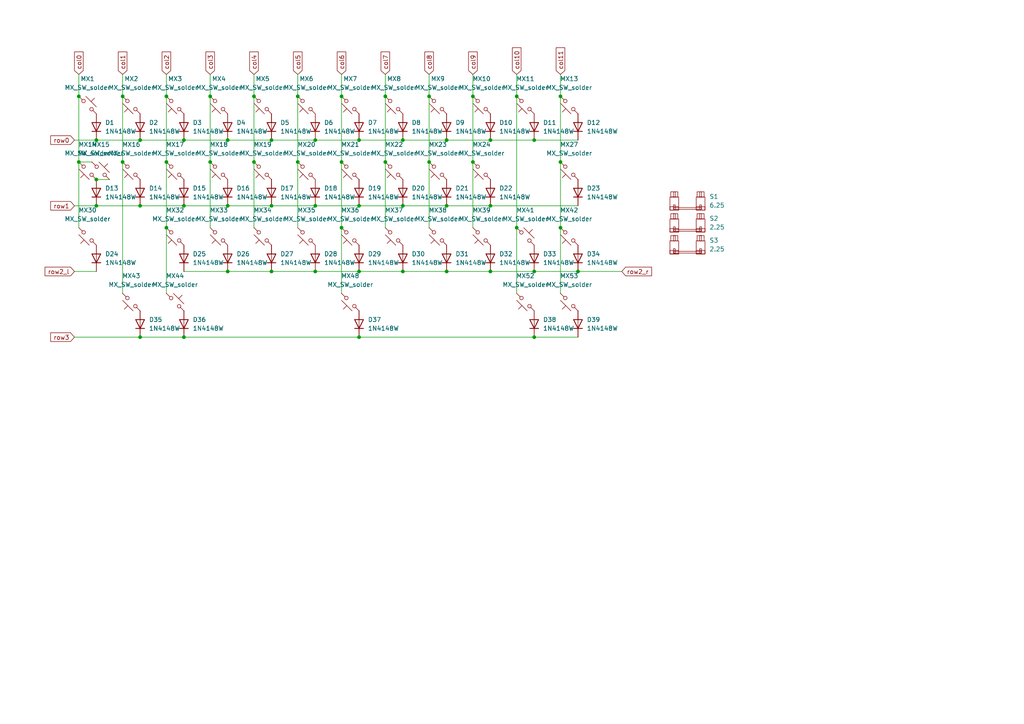
<source format=kicad_sch>
(kicad_sch (version 20231120) (generator "eeschema") (generator_version "8.0")
  (paper "A4")
  (lib_symbols
    (symbol "Diode:1N4148W" (pin_numbers hide) (pin_names hide)
      (property "Reference" "D" (at 0 2.54 0))
      (property "Value" "1N4148W" (at 0 -2.54 0))
      (symbol "1N4148W_0_1"
        (polyline (pts (xy -1.27 1.27) (xy -1.27 -1.27)) (stroke (width 0.254)))
        (polyline (pts (xy 1.27 0) (xy -1.27 0)))
        (polyline (pts (xy 1.27 1.27) (xy 1.27 -1.27) (xy -1.27 0) (xy 1.27 1.27)) (stroke (width 0.254)))
      )
      (symbol "1N4148W_1_1"
        (pin passive line (at -3.81 0 0) (length 2.54) (name "K") (number "1"))
        (pin passive line (at 3.81 0 180) (length 2.54) (name "A") (number "2"))
      )
    )
    (symbol "PCM_marbastlib-mx:MX_SW_HS" (pin_numbers hide) (pin_names (offset 1.016) hide)
      (property "Reference" "MX" (at 3.048 1.016 0))
      (property "Value" "MX_SW_HS" (at 0 -3.81 0))
      (symbol "MX_SW_HS_0_1"
        (circle (center -1.1684 1.1684) (radius 0.508))
        (polyline (pts (xy -0.508 2.54) (xy 2.54 -0.508)))
        (polyline (pts (xy 1.016 1.016) (xy 2.032 2.032)))
        (polyline (pts (xy -2.54 2.54) (xy -1.524 1.524) (xy -1.524 1.524)))
        (polyline (pts (xy 1.524 -1.524) (xy 2.54 -2.54) (xy 2.54 -2.54) (xy 2.54 -2.54)))
        (circle (center 1.143 -1.1938) (radius 0.508))
        (pin passive line (at -2.54 2.54 0) (length 0) (name "1") (number "1"))
        (pin passive line (at 2.54 -2.54 180) (length 0) (name "2") (number "2"))
      )
    )
    (symbol "PCM_marbastlib-mx:MX_SW_solder" (pin_numbers hide) (pin_names (offset 1.016) hide)
      (property "Reference" "MX" (at 3.048 1.016 0))
      (property "Value" "MX_SW_solder" (at 0 -3.81 0))
      (symbol "MX_SW_solder_0_1"
        (circle (center -1.1684 1.1684) (radius 0.508))
        (polyline (pts (xy -0.508 2.54) (xy 2.54 -0.508)))
        (polyline (pts (xy 1.016 1.016) (xy 2.032 2.032)))
        (polyline (pts (xy -2.54 2.54) (xy -1.524 1.524) (xy -1.524 1.524)))
        (polyline (pts (xy 1.524 -1.524) (xy 2.54 -2.54) (xy 2.54 -2.54) (xy 2.54 -2.54)))
        (circle (center 1.143 -1.1938) (radius 0.508))
        (pin passive line (at -2.54 2.54 0) (length 0) (name "1") (number "1"))
        (pin passive line (at 2.54 -2.54 180) (length 0) (name "2") (number "2"))
      )
    )
    (symbol "PCM_marbastlib-mx:MX_stab" (pin_names (offset 1.016))
      (property "Reference" "S" (at -5.08 6.35 0))
      (property "Value" "MX_stab" (at -5.08 3.81 0))
      (symbol "MX_stab_0_1"
        (rectangle (start -5.08 -1.524) (end -2.54 -2.54))
        (rectangle (start -5.08 1.27) (end -2.54 -2.54))
        (rectangle (start -4.826 2.794) (end -2.794 1.27))
        (rectangle (start -4.064 -2.286) (end -3.556 -1.016))
        (rectangle (start -4.064 -1.778) (end 4.064 -2.286))
        (rectangle (start -4.064 1.27) (end -3.556 2.794))
        (rectangle (start 2.54 -1.524) (end 5.08 -2.54))
        (rectangle (start 2.54 1.27) (end 5.08 -2.54))
        (rectangle (start 2.794 2.794) (end 4.826 1.27))
        (rectangle (start 3.556 1.27) (end 4.064 2.794))
        (rectangle (start 4.064 -2.286) (end 3.556 -1.016))
      )
    )
  )
  (junction (at 91.44 78.74))
  (junction (at 27.94 52.07))
  (junction (at 124.46 46.99))
  (junction (at 73.66 46.99))
  (junction (at 99.06 46.99))
  (junction (at 162.56 66.04))
  (junction (at 22.86 46.99))
  (junction (at 48.26 27.94))
  (junction (at 104.14 59.69))
  (junction (at 124.46 27.94))
  (junction (at 40.64 59.69))
  (junction (at 99.06 66.04))
  (junction (at 66.04 59.69))
  (junction (at 142.24 78.74))
  (junction (at 78.74 78.74))
  (junction (at 91.44 59.69))
  (junction (at 154.94 97.79))
  (junction (at 86.36 27.94))
  (junction (at 104.14 97.79))
  (junction (at 116.84 40.64))
  (junction (at 60.96 27.94))
  (junction (at 73.66 27.94))
  (junction (at 162.56 46.99))
  (junction (at 104.14 78.74))
  (junction (at 27.94 40.64))
  (junction (at 111.76 27.94))
  (junction (at 149.86 27.94))
  (junction (at 60.96 46.99))
  (junction (at 167.64 78.74))
  (junction (at 22.86 27.94))
  (junction (at 35.56 46.99))
  (junction (at 116.84 78.74))
  (junction (at 99.06 27.94))
  (junction (at 142.24 40.64))
  (junction (at 40.64 40.64))
  (junction (at 48.26 46.99))
  (junction (at 78.74 59.69))
  (junction (at 137.16 27.94))
  (junction (at 78.74 40.64))
  (junction (at 27.94 59.69))
  (junction (at 53.34 40.64))
  (junction (at 111.76 46.99))
  (junction (at 66.04 40.64))
  (junction (at 116.84 59.69))
  (junction (at 35.56 27.94))
  (junction (at 53.34 59.69))
  (junction (at 86.36 46.99))
  (junction (at 154.94 40.64))
  (junction (at 142.24 59.69))
  (junction (at 48.26 66.04))
  (junction (at 162.56 27.94))
  (junction (at 40.64 97.79))
  (junction (at 129.54 59.69))
  (junction (at 53.34 97.79))
  (junction (at 129.54 78.74))
  (junction (at 66.04 78.74))
  (junction (at 137.16 46.99))
  (junction (at 154.94 78.74))
  (junction (at 149.86 66.04))
  (junction (at 91.44 40.64))
  (junction (at 104.14 40.64))
  (junction (at 129.54 40.64))
  (wire (pts (xy 60.96 27.94) (xy 60.96 46.99)))
  (wire (pts (xy 137.16 46.99) (xy 137.16 66.04)))
  (wire (pts (xy 162.56 21.59) (xy 162.56 27.94)))
  (wire (pts (xy 142.24 40.64) (xy 154.94 40.64)))
  (wire (pts (xy 86.36 27.94) (xy 86.36 46.99)))
  (wire (pts (xy 104.14 40.64) (xy 116.84 40.64)))
  (wire (pts (xy 167.64 78.74) (xy 180.34 78.74)))
  (wire (pts (xy 111.76 46.99) (xy 111.76 66.04)))
  (wire (pts (xy 40.64 97.79) (xy 53.34 97.79)))
  (wire (pts (xy 21.59 59.69) (xy 27.94 59.69)))
  (wire (pts (xy 53.34 97.79) (xy 104.14 97.79)))
  (wire (pts (xy 60.96 46.99) (xy 60.96 66.04)))
  (wire (pts (xy 124.46 46.99) (xy 124.46 66.04)))
  (wire (pts (xy 22.86 21.59) (xy 22.86 27.94)))
  (wire (pts (xy 149.86 27.94) (xy 149.86 66.04)))
  (wire (pts (xy 27.94 40.64) (xy 40.64 40.64)))
  (wire (pts (xy 21.59 97.79) (xy 40.64 97.79)))
  (wire (pts (xy 111.76 21.59) (xy 111.76 27.94)))
  (wire (pts (xy 124.46 27.94) (xy 124.46 46.99)))
  (wire (pts (xy 73.66 27.94) (xy 73.66 46.99)))
  (wire (pts (xy 35.56 21.59) (xy 35.56 27.94)))
  (wire (pts (xy 116.84 59.69) (xy 129.54 59.69)))
  (wire (pts (xy 99.06 27.94) (xy 99.06 46.99)))
  (wire (pts (xy 86.36 21.59) (xy 86.36 27.94)))
  (wire (pts (xy 154.94 40.64) (xy 167.64 40.64)))
  (wire (pts (xy 27.94 52.07) (xy 31.75 52.07)))
  (wire (pts (xy 66.04 78.74) (xy 78.74 78.74)))
  (wire (pts (xy 91.44 40.64) (xy 104.14 40.64)))
  (wire (pts (xy 154.94 78.74) (xy 167.64 78.74)))
  (wire (pts (xy 73.66 21.59) (xy 73.66 27.94)))
  (wire (pts (xy 116.84 40.64) (xy 129.54 40.64)))
  (wire (pts (xy 111.76 27.94) (xy 111.76 46.99)))
  (wire (pts (xy 99.06 21.59) (xy 99.06 27.94)))
  (wire (pts (xy 40.64 59.69) (xy 53.34 59.69)))
  (wire (pts (xy 129.54 59.69) (xy 142.24 59.69)))
  (wire (pts (xy 149.86 21.59) (xy 149.86 27.94)))
  (wire (pts (xy 22.86 27.94) (xy 22.86 46.99)))
  (wire (pts (xy 48.26 66.04) (xy 48.26 85.09)))
  (wire (pts (xy 48.26 21.59) (xy 48.26 27.94)))
  (wire (pts (xy 162.56 66.04) (xy 162.56 85.09)))
  (wire (pts (xy 73.66 46.99) (xy 73.66 66.04)))
  (wire (pts (xy 91.44 78.74) (xy 104.14 78.74)))
  (wire (pts (xy 48.26 27.94) (xy 48.26 46.99)))
  (wire (pts (xy 78.74 40.64) (xy 91.44 40.64)))
  (wire (pts (xy 21.59 78.74) (xy 27.94 78.74)))
  (wire (pts (xy 154.94 97.79) (xy 167.64 97.79)))
  (wire (pts (xy 22.86 46.99) (xy 26.67 46.99)))
  (wire (pts (xy 86.36 46.99) (xy 86.36 66.04)))
  (wire (pts (xy 78.74 59.69) (xy 91.44 59.69)))
  (wire (pts (xy 48.26 46.99) (xy 48.26 66.04)))
  (wire (pts (xy 40.64 40.64) (xy 53.34 40.64)))
  (wire (pts (xy 53.34 78.74) (xy 66.04 78.74)))
  (wire (pts (xy 66.04 40.64) (xy 78.74 40.64)))
  (wire (pts (xy 137.16 21.59) (xy 137.16 27.94)))
  (wire (pts (xy 53.34 40.64) (xy 66.04 40.64)))
  (wire (pts (xy 91.44 59.69) (xy 104.14 59.69)))
  (wire (pts (xy 21.59 40.64) (xy 27.94 40.64)))
  (wire (pts (xy 137.16 27.94) (xy 137.16 46.99)))
  (wire (pts (xy 124.46 21.59) (xy 124.46 27.94)))
  (wire (pts (xy 149.86 66.04) (xy 149.86 85.09)))
  (wire (pts (xy 142.24 59.69) (xy 167.64 59.69)))
  (wire (pts (xy 116.84 78.74) (xy 129.54 78.74)))
  (wire (pts (xy 22.86 46.99) (xy 22.86 66.04)))
  (wire (pts (xy 129.54 40.64) (xy 142.24 40.64)))
  (wire (pts (xy 99.06 46.99) (xy 99.06 66.04)))
  (wire (pts (xy 35.56 27.94) (xy 35.56 46.99)))
  (wire (pts (xy 99.06 66.04) (xy 99.06 85.09)))
  (wire (pts (xy 78.74 78.74) (xy 91.44 78.74)))
  (wire (pts (xy 66.04 59.69) (xy 78.74 59.69)))
  (wire (pts (xy 142.24 78.74) (xy 154.94 78.74)))
  (wire (pts (xy 162.56 27.94) (xy 162.56 46.99)))
  (wire (pts (xy 35.56 46.99) (xy 35.56 85.09)))
  (wire (pts (xy 129.54 78.74) (xy 142.24 78.74)))
  (wire (pts (xy 104.14 97.79) (xy 154.94 97.79)))
  (wire (pts (xy 104.14 78.74) (xy 116.84 78.74)))
  (wire (pts (xy 60.96 21.59) (xy 60.96 27.94)))
  (wire (pts (xy 53.34 59.69) (xy 66.04 59.69)))
  (wire (pts (xy 162.56 46.99) (xy 162.56 66.04)))
  (wire (pts (xy 104.14 59.69) (xy 116.84 59.69)))
  (wire (pts (xy 27.94 59.69) (xy 40.64 59.69)))
  (global_label "col0" (shape input) (at 22.86 21.59 90) (property "Intersheetrefs" "${INTERSHEET_REFS}" (effects (hide yes))))
  (global_label "row2_l" (shape input) (at 21.59 78.74 180) (property "Intersheetrefs" "${INTERSHEET_REFS}" (effects (hide yes))))
  (global_label "col11" (shape input) (at 162.56 21.59 90) (property "Intersheetrefs" "${INTERSHEET_REFS}" (effects (hide yes))))
  (global_label "col10" (shape input) (at 149.86 21.59 90) (property "Intersheetrefs" "${INTERSHEET_REFS}" (effects (hide yes))))
  (global_label "col8" (shape input) (at 124.46 21.59 90) (property "Intersheetrefs" "${INTERSHEET_REFS}" (effects (hide yes))))
  (global_label "row0" (shape input) (at 21.59 40.64 180) (property "Intersheetrefs" "${INTERSHEET_REFS}" (effects (hide yes))))
  (global_label "row3" (shape input) (at 21.59 97.79 180) (property "Intersheetrefs" "${INTERSHEET_REFS}" (effects (hide yes))))
  (global_label "col4" (shape input) (at 73.66 21.59 90) (property "Intersheetrefs" "${INTERSHEET_REFS}" (effects (hide yes))))
  (global_label "col9" (shape input) (at 137.16 21.59 90) (property "Intersheetrefs" "${INTERSHEET_REFS}" (effects (hide yes))))
  (global_label "col3" (shape input) (at 60.96 21.59 90) (property "Intersheetrefs" "${INTERSHEET_REFS}" (effects (hide yes))))
  (global_label "col5" (shape input) (at 86.36 21.59 90) (property "Intersheetrefs" "${INTERSHEET_REFS}" (effects (hide yes))))
  (global_label "col1" (shape input) (at 35.56 21.59 90) (property "Intersheetrefs" "${INTERSHEET_REFS}" (effects (hide yes))))
  (global_label "col6" (shape input) (at 99.06 21.59 90) (property "Intersheetrefs" "${INTERSHEET_REFS}" (effects (hide yes))))
  (global_label "row1" (shape input) (at 21.59 59.69 180) (property "Intersheetrefs" "${INTERSHEET_REFS}" (effects (hide yes))))
  (global_label "col7" (shape input) (at 111.76 21.59 90) (property "Intersheetrefs" "${INTERSHEET_REFS}" (effects (hide yes))))
  (global_label "col2" (shape input) (at 48.26 21.59 90) (property "Intersheetrefs" "${INTERSHEET_REFS}" (effects (hide yes))))
  (global_label "row2_r" (shape input) (at 180.34 78.74 0) (property "Intersheetrefs" "${INTERSHEET_REFS}" (effects (hide yes))))
  (symbol (lib_id "Diode:1N4148W") (at 154.94 74.93 90) (unit 1)
    (property "Reference" "D33" (at 157.48 73.6599 90) (effects (justify right)))
    (property "Value" "1N4148W" (at 157.48 76.1999 90) (effects (justify right)))
    (property "Footprint" "Diode_SMD:D_SOD-123" (effects (hide yes)))
    (property "Datasheet" "https://www.vishay.com/docs/85748/1n4148w.pdf" (effects (hide yes)))
    (property "Sim.Device" "D" (effects (hide yes)))
    (property "Sim.Pins" "1=K 2=A" (effects (hide yes)))
  )
  (symbol (lib_id "Diode:1N4148W") (at 104.14 74.93 90) (unit 1)
    (property "Reference" "D29" (at 106.68 73.6599 90) (effects (justify right)))
    (property "Value" "1N4148W" (at 106.68 76.1999 90) (effects (justify right)))
    (property "Footprint" "Diode_SMD:D_SOD-123" (effects (hide yes)))
    (property "Datasheet" "https://www.vishay.com/docs/85748/1n4148w.pdf" (effects (hide yes)))
    (property "Sim.Device" "D" (effects (hide yes)))
    (property "Sim.Pins" "1=K 2=A" (effects (hide yes)))
  )
  (symbol (lib_id "Diode:1N4148W") (at 27.94 55.88 90) (unit 1)
    (property "Reference" "D13" (at 30.48 54.6099 90) (effects (justify right)))
    (property "Value" "1N4148W" (at 30.48 57.1499 90) (effects (justify right)))
    (property "Footprint" "Diode_SMD:D_SOD-123" (effects (hide yes)))
    (property "Datasheet" "https://www.vishay.com/docs/85748/1n4148w.pdf" (effects (hide yes)))
    (property "Sim.Device" "D" (effects (hide yes)))
    (property "Sim.Pins" "1=K 2=A" (effects (hide yes)))
  )
  (symbol (lib_id "Diode:1N4148W") (at 167.64 55.88 90) (unit 1)
    (property "Reference" "D23" (at 170.18 54.6099 90) (effects (justify right)))
    (property "Value" "1N4148W" (at 170.18 57.1499 90) (effects (justify right)))
    (property "Footprint" "Diode_SMD:D_SOD-123" (effects (hide yes)))
    (property "Datasheet" "https://www.vishay.com/docs/85748/1n4148w.pdf" (effects (hide yes)))
    (property "Sim.Device" "D" (effects (hide yes)))
    (property "Sim.Pins" "1=K 2=A" (effects (hide yes)))
  )
  (symbol (lib_id "PCM_marbastlib-mx:MX_SW_HS") (at 38.1 30.48 180) (unit 1)
    (property "Reference" "MX2" (at 38.1 22.86 0))
    (property "Value" "MX_SW_solder" (at 38.1 25.4 0))
    (property "Footprint" "PCM_marbastlib-mx:SW_MX_1u" (effects (hide yes)))
  )
  (symbol (lib_id "PCM_marbastlib-mx:MX_SW_HS") (at 101.6 49.53 180) (unit 1)
    (property "Reference" "MX21" (at 101.6 41.91 0))
    (property "Value" "MX_SW_solder" (at 101.6 44.45 0))
    (property "Footprint" "PCM_marbastlib-mx:SW_MX_1u" (effects (hide yes)))
  )
  (symbol (lib_id "Diode:1N4148W") (at 40.64 55.88 90) (unit 1)
    (property "Reference" "D14" (at 43.18 54.6099 90) (effects (justify right)))
    (property "Value" "1N4148W" (at 43.18 57.1499 90) (effects (justify right)))
    (property "Footprint" "Diode_SMD:D_SOD-123" (effects (hide yes)))
    (property "Datasheet" "https://www.vishay.com/docs/85748/1n4148w.pdf" (effects (hide yes)))
    (property "Sim.Device" "D" (effects (hide yes)))
    (property "Sim.Pins" "1=K 2=A" (effects (hide yes)))
  )
  (symbol (lib_id "Diode:1N4148W") (at 104.14 93.98 90) (unit 1)
    (property "Reference" "D37" (at 106.68 92.7099 90) (effects (justify right)))
    (property "Value" "1N4148W" (at 106.68 95.2499 90) (effects (justify right)))
    (property "Footprint" "Diode_SMD:D_SOD-123" (effects (hide yes)))
    (property "Datasheet" "https://www.vishay.com/docs/85748/1n4148w.pdf" (effects (hide yes)))
    (property "Sim.Device" "D" (effects (hide yes)))
    (property "Sim.Pins" "1=K 2=A" (effects (hide yes)))
  )
  (symbol (lib_id "PCM_marbastlib-mx:MX_SW_HS") (at 63.5 68.58 180) (unit 1)
    (property "Reference" "MX33" (at 63.5 60.96 0))
    (property "Value" "MX_SW_solder" (at 63.5 63.5 0))
    (property "Footprint" "PCM_marbastlib-mx:SW_MX_1u" (effects (hide yes)))
  )
  (symbol (lib_id "Diode:1N4148W") (at 142.24 74.93 90) (unit 1)
    (property "Reference" "D32" (at 144.78 73.6599 90) (effects (justify right)))
    (property "Value" "1N4148W" (at 144.78 76.1999 90) (effects (justify right)))
    (property "Footprint" "Diode_SMD:D_SOD-123" (effects (hide yes)))
    (property "Datasheet" "https://www.vishay.com/docs/85748/1n4148w.pdf" (effects (hide yes)))
    (property "Sim.Device" "D" (effects (hide yes)))
    (property "Sim.Pins" "1=K 2=A" (effects (hide yes)))
  )
  (symbol (lib_id "PCM_marbastlib-mx:MX_SW_HS") (at 127 49.53 180) (unit 1)
    (property "Reference" "MX23" (at 127 41.91 0))
    (property "Value" "MX_SW_solder" (at 127 44.45 0))
    (property "Footprint" "PCM_marbastlib-mx:SW_MX_1u" (effects (hide yes)))
  )
  (symbol (lib_id "PCM_marbastlib-mx:MX_SW_HS") (at 152.4 68.58 0) (unit 1)
    (property "Reference" "MX41" (at 152.4 60.96 0))
    (property "Value" "MX_SW_solder" (at 152.4 63.5 0))
    (property "Footprint" "PCM_marbastlib-mx:SW_MX_1.75u" (effects (hide yes)))
  )
  (symbol (lib_id "Diode:1N4148W") (at 91.44 36.83 90) (unit 1)
    (property "Reference" "D6" (at 93.98 35.56 90) (effects (justify right)))
    (property "Value" "1N4148W" (at 93.98 38.1 90) (effects (justify right)))
    (property "Footprint" "Diode_SMD:D_SOD-123" (effects (hide yes)))
    (property "Datasheet" "https://www.vishay.com/docs/85748/1n4148w.pdf" (effects (hide yes)))
    (property "Sim.Device" "D" (effects (hide yes)))
    (property "Sim.Pins" "1=K 2=A" (effects (hide yes)))
  )
  (symbol (lib_id "Diode:1N4148W") (at 27.94 74.93 90) (unit 1)
    (property "Reference" "D24" (at 30.48 73.6599 90) (effects (justify right)))
    (property "Value" "1N4148W" (at 30.48 76.1999 90) (effects (justify right)))
    (property "Footprint" "Diode_SMD:D_SOD-123" (effects (hide yes)))
    (property "Datasheet" "https://www.vishay.com/docs/85748/1n4148w.pdf" (effects (hide yes)))
    (property "Sim.Device" "D" (effects (hide yes)))
    (property "Sim.Pins" "1=K 2=A" (effects (hide yes)))
  )
  (symbol (lib_id "PCM_marbastlib-mx:MX_SW_HS") (at 114.3 49.53 180) (unit 1)
    (property "Reference" "MX22" (at 114.3 41.91 0))
    (property "Value" "MX_SW_solder" (at 114.3 44.45 0))
    (property "Footprint" "PCM_marbastlib-mx:SW_MX_1u" (effects (hide yes)))
  )
  (symbol (lib_id "Diode:1N4148W") (at 53.34 36.83 90) (unit 1)
    (property "Reference" "D3" (at 55.88 35.56 90) (effects (justify right)))
    (property "Value" "1N4148W" (at 55.88 38.1 90) (effects (justify right)))
    (property "Footprint" "Diode_SMD:D_SOD-123" (effects (hide yes)))
    (property "Datasheet" "https://www.vishay.com/docs/85748/1n4148w.pdf" (effects (hide yes)))
    (property "Sim.Device" "D" (effects (hide yes)))
    (property "Sim.Pins" "1=K 2=A" (effects (hide yes)))
  )
  (symbol (lib_id "PCM_marbastlib-mx:MX_SW_HS") (at 50.8 68.58 180) (unit 1)
    (property "Reference" "MX32" (at 50.8 60.96 0))
    (property "Value" "MX_SW_solder" (at 50.8 63.5 0))
    (property "Footprint" "PCM_marbastlib-mx:SW_MX_1u" (effects (hide yes)))
  )
  (symbol (lib_id "Diode:1N4148W") (at 53.34 74.93 90) (unit 1)
    (property "Reference" "D25" (at 55.88 73.6599 90) (effects (justify right)))
    (property "Value" "1N4148W" (at 55.88 76.1999 90) (effects (justify right)))
    (property "Footprint" "Diode_SMD:D_SOD-123" (effects (hide yes)))
    (property "Datasheet" "https://www.vishay.com/docs/85748/1n4148w.pdf" (effects (hide yes)))
    (property "Sim.Device" "D" (effects (hide yes)))
    (property "Sim.Pins" "1=K 2=A" (effects (hide yes)))
  )
  (symbol (lib_id "PCM_marbastlib-mx:MX_stab") (at 199.39 71.12 0) (unit 1)
    (property "Reference" "S3" (at 205.74 69.7229 0) (effects (justify left)))
    (property "Value" "2.25" (at 205.74 72.2629 0) (effects (justify left)))
    (property "Footprint" "PCM_marbastlib-mx:STAB_MX_P_2.25u" (effects (hide yes)))
  )
  (symbol (lib_id "Diode:1N4148W") (at 53.34 93.98 90) (unit 1)
    (property "Reference" "D36" (at 55.88 92.7099 90) (effects (justify right)))
    (property "Value" "1N4148W" (at 55.88 95.2499 90) (effects (justify right)))
    (property "Footprint" "Diode_SMD:D_SOD-123" (effects (hide yes)))
    (property "Datasheet" "https://www.vishay.com/docs/85748/1n4148w.pdf" (effects (hide yes)))
    (property "Sim.Device" "D" (effects (hide yes)))
    (property "Sim.Pins" "1=K 2=A" (effects (hide yes)))
  )
  (symbol (lib_id "PCM_marbastlib-mx:MX_stab") (at 199.39 64.77 0) (unit 1)
    (property "Reference" "S2" (at 205.74 63.3729 0) (effects (justify left)))
    (property "Value" "2.25" (at 205.74 65.9129 0) (effects (justify left)))
    (property "Footprint" "PCM_marbastlib-mx:STAB_MX_P_2.25u" (effects (hide yes)))
  )
  (symbol (lib_id "Diode:1N4148W") (at 154.94 36.83 90) (unit 1)
    (property "Reference" "D11" (at 157.48 35.56 90) (effects (justify right)))
    (property "Value" "1N4148W" (at 157.48 38.1 90) (effects (justify right)))
    (property "Footprint" "Diode_SMD:D_SOD-123" (effects (hide yes)))
    (property "Datasheet" "https://www.vishay.com/docs/85748/1n4148w.pdf" (effects (hide yes)))
    (property "Sim.Device" "D" (effects (hide yes)))
    (property "Sim.Pins" "1=K 2=A" (effects (hide yes)))
  )
  (symbol (lib_id "PCM_marbastlib-mx:MX_SW_HS") (at 88.9 30.48 180) (unit 1)
    (property "Reference" "MX6" (at 88.9 22.86 0))
    (property "Value" "MX_SW_solder" (at 88.9 25.4 0))
    (property "Footprint" "PCM_marbastlib-mx:SW_MX_1u" (effects (hide yes)))
  )
  (symbol (lib_id "Diode:1N4148W") (at 91.44 55.88 90) (unit 1)
    (property "Reference" "D18" (at 93.98 54.6099 90) (effects (justify right)))
    (property "Value" "1N4148W" (at 93.98 57.1499 90) (effects (justify right)))
    (property "Footprint" "Diode_SMD:D_SOD-123" (effects (hide yes)))
    (property "Datasheet" "https://www.vishay.com/docs/85748/1n4148w.pdf" (effects (hide yes)))
    (property "Sim.Device" "D" (effects (hide yes)))
    (property "Sim.Pins" "1=K 2=A" (effects (hide yes)))
  )
  (symbol (lib_id "PCM_marbastlib-mx:MX_SW_HS") (at 101.6 87.63 180) (unit 1)
    (property "Reference" "MX48" (at 101.6 80.01 0))
    (property "Value" "MX_SW_solder" (at 101.6 82.55 0))
    (property "Footprint" "PCM_marbastlib-mx:SW_MX_1u" (effects (hide yes)))
  )
  (symbol (lib_id "Diode:1N4148W") (at 142.24 55.88 90) (unit 1)
    (property "Reference" "D22" (at 144.78 54.6099 90) (effects (justify right)))
    (property "Value" "1N4148W" (at 144.78 57.1499 90) (effects (justify right)))
    (property "Footprint" "Diode_SMD:D_SOD-123" (effects (hide yes)))
    (property "Datasheet" "https://www.vishay.com/docs/85748/1n4148w.pdf" (effects (hide yes)))
    (property "Sim.Device" "D" (effects (hide yes)))
    (property "Sim.Pins" "1=K 2=A" (effects (hide yes)))
  )
  (symbol (lib_id "Diode:1N4148W") (at 104.14 36.83 90) (unit 1)
    (property "Reference" "D7" (at 106.68 35.56 90) (effects (justify right)))
    (property "Value" "1N4148W" (at 106.68 38.1 90) (effects (justify right)))
    (property "Footprint" "Diode_SMD:D_SOD-123" (effects (hide yes)))
    (property "Datasheet" "https://www.vishay.com/docs/85748/1n4148w.pdf" (effects (hide yes)))
    (property "Sim.Device" "D" (effects (hide yes)))
    (property "Sim.Pins" "1=K 2=A" (effects (hide yes)))
  )
  (symbol (lib_id "PCM_marbastlib-mx:MX_SW_HS") (at 25.4 30.48 0) (unit 1)
    (property "Reference" "MX1" (at 25.4 22.86 0))
    (property "Value" "MX_SW_solder" (at 25.4 25.4 0))
    (property "Footprint" "PCM_marbastlib-mx:SW_MX_1.5u" (effects (hide yes)))
  )
  (symbol (lib_id "PCM_marbastlib-mx:MX_SW_HS") (at 139.7 30.48 180) (unit 1)
    (property "Reference" "MX10" (at 139.7 22.86 0))
    (property "Value" "MX_SW_solder" (at 139.7 25.4 0))
    (property "Footprint" "PCM_marbastlib-mx:SW_MX_1u" (effects (hide yes)))
  )
  (symbol (lib_id "Diode:1N4148W") (at 142.24 36.83 90) (unit 1)
    (property "Reference" "D10" (at 144.78 35.56 90) (effects (justify right)))
    (property "Value" "1N4148W" (at 144.78 38.1 90) (effects (justify right)))
    (property "Footprint" "Diode_SMD:D_SOD-123" (effects (hide yes)))
    (property "Datasheet" "https://www.vishay.com/docs/85748/1n4148w.pdf" (effects (hide yes)))
    (property "Sim.Device" "D" (effects (hide yes)))
    (property "Sim.Pins" "1=K 2=A" (effects (hide yes)))
  )
  (symbol (lib_id "PCM_marbastlib-mx:MX_SW_solder") (at 29.21 49.53 0) (unit 1)
    (property "Reference" "MX15" (at 29.21 41.91 0))
    (property "Value" "MX_SW_solder" (at 29.21 44.45 0))
    (property "Footprint" "PCM_marbastlib-mx:SW_MX_1.75u_STP_1.25" (effects (hide yes)))
  )
  (symbol (lib_id "PCM_marbastlib-mx:MX_SW_HS") (at 25.4 49.53 180) (unit 1)
    (property "Reference" "MX14" (at 25.4 41.91 0))
    (property "Value" "MX_SW_solder" (at 25.4 44.45 0))
    (property "Footprint" "PCM_marbastlib-mx:SW_MX_1.75u" (effects (hide yes)))
  )
  (symbol (lib_id "Diode:1N4148W") (at 116.84 55.88 90) (unit 1)
    (property "Reference" "D20" (at 119.38 54.6099 90) (effects (justify right)))
    (property "Value" "1N4148W" (at 119.38 57.1499 90) (effects (justify right)))
    (property "Footprint" "Diode_SMD:D_SOD-123" (effects (hide yes)))
    (property "Datasheet" "https://www.vishay.com/docs/85748/1n4148w.pdf" (effects (hide yes)))
    (property "Sim.Device" "D" (effects (hide yes)))
    (property "Sim.Pins" "1=K 2=A" (effects (hide yes)))
  )
  (symbol (lib_id "PCM_marbastlib-mx:MX_SW_HS") (at 38.1 87.63 180) (unit 1)
    (property "Reference" "MX43" (at 38.1 80.01 0))
    (property "Value" "MX_SW_solder" (at 38.1 82.55 0))
    (property "Footprint" "PCM_marbastlib-mx:SW_MX_1u" (effects (hide yes)))
  )
  (symbol (lib_id "PCM_marbastlib-mx:MX_SW_solder") (at 165.1 87.63 180) (unit 1)
    (property "Reference" "MX53" (at 165.1 80.01 0))
    (property "Value" "MX_SW_solder" (at 165.1 82.55 0))
    (property "Footprint" "PCM_marbastlib-mx:SW_MX_1u" (effects (hide yes)))
  )
  (symbol (lib_id "PCM_marbastlib-mx:MX_SW_HS") (at 152.4 30.48 180) (unit 1)
    (property "Reference" "MX11" (at 152.4 22.86 0))
    (property "Value" "MX_SW_solder" (at 152.4 25.4 0))
    (property "Footprint" "PCM_marbastlib-mx:SW_MX_1u" (effects (hide yes)))
  )
  (symbol (lib_id "Diode:1N4148W") (at 129.54 36.83 90) (unit 1)
    (property "Reference" "D9" (at 132.08 35.56 90) (effects (justify right)))
    (property "Value" "1N4148W" (at 132.08 38.1 90) (effects (justify right)))
    (property "Footprint" "Diode_SMD:D_SOD-123" (effects (hide yes)))
    (property "Datasheet" "https://www.vishay.com/docs/85748/1n4148w.pdf" (effects (hide yes)))
    (property "Sim.Device" "D" (effects (hide yes)))
    (property "Sim.Pins" "1=K 2=A" (effects (hide yes)))
  )
  (symbol (lib_id "PCM_marbastlib-mx:MX_SW_HS") (at 101.6 68.58 180) (unit 1)
    (property "Reference" "MX36" (at 101.6 60.96 0))
    (property "Value" "MX_SW_solder" (at 101.6 63.5 0))
    (property "Footprint" "PCM_marbastlib-mx:SW_MX_1u" (effects (hide yes)))
  )
  (symbol (lib_id "PCM_marbastlib-mx:MX_SW_HS") (at 63.5 30.48 180) (unit 1)
    (property "Reference" "MX4" (at 63.5 22.86 0))
    (property "Value" "MX_SW_solder" (at 63.5 25.4 0))
    (property "Footprint" "PCM_marbastlib-mx:SW_MX_1u" (effects (hide yes)))
  )
  (symbol (lib_id "PCM_marbastlib-mx:MX_stab") (at 199.39 58.42 0) (unit 1)
    (property "Reference" "S1" (at 205.74 57.0229 0) (effects (justify left)))
    (property "Value" "6.25" (at 205.74 59.5629 0) (effects (justify left)))
    (property "Footprint" "PCM_marbastlib-mx:STAB_MX_P_6.25u" (effects (hide yes)))
  )
  (symbol (lib_id "Diode:1N4148W") (at 66.04 74.93 90) (unit 1)
    (property "Reference" "D26" (at 68.58 73.6599 90) (effects (justify right)))
    (property "Value" "1N4148W" (at 68.58 76.1999 90) (effects (justify right)))
    (property "Footprint" "Diode_SMD:D_SOD-123" (effects (hide yes)))
    (property "Datasheet" "https://www.vishay.com/docs/85748/1n4148w.pdf" (effects (hide yes)))
    (property "Sim.Device" "D" (effects (hide yes)))
    (property "Sim.Pins" "1=K 2=A" (effects (hide yes)))
  )
  (symbol (lib_id "PCM_marbastlib-mx:MX_SW_HS") (at 152.4 87.63 180) (unit 1)
    (property "Reference" "MX52" (at 152.4 80.01 0))
    (property "Value" "MX_SW_solder" (at 152.4 82.55 0))
    (property "Footprint" "PCM_marbastlib-mx:SW_MX_1.25u" (effects (hide yes)))
  )
  (symbol (lib_id "PCM_marbastlib-mx:MX_SW_HS") (at 50.8 30.48 180) (unit 1)
    (property "Reference" "MX3" (at 50.8 22.86 0))
    (property "Value" "MX_SW_solder" (at 50.8 25.4 0))
    (property "Footprint" "PCM_marbastlib-mx:SW_MX_1u" (effects (hide yes)))
  )
  (symbol (lib_id "Diode:1N4148W") (at 129.54 74.93 90) (unit 1)
    (property "Reference" "D31" (at 132.08 73.6599 90) (effects (justify right)))
    (property "Value" "1N4148W" (at 132.08 76.1999 90) (effects (justify right)))
    (property "Footprint" "Diode_SMD:D_SOD-123" (effects (hide yes)))
    (property "Datasheet" "https://www.vishay.com/docs/85748/1n4148w.pdf" (effects (hide yes)))
    (property "Sim.Device" "D" (effects (hide yes)))
    (property "Sim.Pins" "1=K 2=A" (effects (hide yes)))
  )
  (symbol (lib_id "Diode:1N4148W") (at 154.94 93.98 90) (unit 1)
    (property "Reference" "D38" (at 157.48 92.7099 90) (effects (justify right)))
    (property "Value" "1N4148W" (at 157.48 95.2499 90) (effects (justify right)))
    (property "Footprint" "Diode_SMD:D_SOD-123" (effects (hide yes)))
    (property "Datasheet" "https://www.vishay.com/docs/85748/1n4148w.pdf" (effects (hide yes)))
    (property "Sim.Device" "D" (effects (hide yes)))
    (property "Sim.Pins" "1=K 2=A" (effects (hide yes)))
  )
  (symbol (lib_id "Diode:1N4148W") (at 104.14 55.88 90) (unit 1)
    (property "Reference" "D19" (at 106.68 54.6099 90) (effects (justify right)))
    (property "Value" "1N4148W" (at 106.68 57.1499 90) (effects (justify right)))
    (property "Footprint" "Diode_SMD:D_SOD-123" (effects (hide yes)))
    (property "Datasheet" "https://www.vishay.com/docs/85748/1n4148w.pdf" (effects (hide yes)))
    (property "Sim.Device" "D" (effects (hide yes)))
    (property "Sim.Pins" "1=K 2=A" (effects (hide yes)))
  )
  (symbol (lib_id "PCM_marbastlib-mx:MX_SW_HS") (at 38.1 49.53 180) (unit 1)
    (property "Reference" "MX16" (at 38.1 41.91 0))
    (property "Value" "MX_SW_solder" (at 38.1 44.45 0))
    (property "Footprint" "PCM_marbastlib-mx:SW_MX_1u" (effects (hide yes)))
  )
  (symbol (lib_id "PCM_marbastlib-mx:MX_SW_HS") (at 63.5 49.53 180) (unit 1)
    (property "Reference" "MX18" (at 63.5 41.91 0))
    (property "Value" "MX_SW_solder" (at 63.5 44.45 0))
    (property "Footprint" "PCM_marbastlib-mx:SW_MX_1u" (effects (hide yes)))
  )
  (symbol (lib_id "Diode:1N4148W") (at 66.04 55.88 90) (unit 1)
    (property "Reference" "D16" (at 68.58 54.6099 90) (effects (justify right)))
    (property "Value" "1N4148W" (at 68.58 57.1499 90) (effects (justify right)))
    (property "Footprint" "Diode_SMD:D_SOD-123" (effects (hide yes)))
    (property "Datasheet" "https://www.vishay.com/docs/85748/1n4148w.pdf" (effects (hide yes)))
    (property "Sim.Device" "D" (effects (hide yes)))
    (property "Sim.Pins" "1=K 2=A" (effects (hide yes)))
  )
  (symbol (lib_id "Diode:1N4148W") (at 53.34 55.88 90) (unit 1)
    (property "Reference" "D15" (at 55.88 54.6099 90) (effects (justify right)))
    (property "Value" "1N4148W" (at 55.88 57.1499 90) (effects (justify right)))
    (property "Footprint" "Diode_SMD:D_SOD-123" (effects (hide yes)))
    (property "Datasheet" "https://www.vishay.com/docs/85748/1n4148w.pdf" (effects (hide yes)))
    (property "Sim.Device" "D" (effects (hide yes)))
    (property "Sim.Pins" "1=K 2=A" (effects (hide yes)))
  )
  (symbol (lib_id "Diode:1N4148W") (at 27.94 36.83 90) (unit 1)
    (property "Reference" "D1" (at 30.48 35.56 90) (effects (justify right)))
    (property "Value" "1N4148W" (at 30.48 38.1 90) (effects (justify right)))
    (property "Footprint" "Diode_SMD:D_SOD-123" (effects (hide yes)))
    (property "Datasheet" "https://www.vishay.com/docs/85748/1n4148w.pdf" (effects (hide yes)))
    (property "Sim.Device" "D" (effects (hide yes)))
    (property "Sim.Pins" "1=K 2=A" (effects (hide yes)))
  )
  (symbol (lib_id "Diode:1N4148W") (at 91.44 74.93 90) (unit 1)
    (property "Reference" "D28" (at 93.98 73.6599 90) (effects (justify right)))
    (property "Value" "1N4148W" (at 93.98 76.1999 90) (effects (justify right)))
    (property "Footprint" "Diode_SMD:D_SOD-123" (effects (hide yes)))
    (property "Datasheet" "https://www.vishay.com/docs/85748/1n4148w.pdf" (effects (hide yes)))
    (property "Sim.Device" "D" (effects (hide yes)))
    (property "Sim.Pins" "1=K 2=A" (effects (hide yes)))
  )
  (symbol (lib_id "PCM_marbastlib-mx:MX_SW_HS") (at 114.3 68.58 180) (unit 1)
    (property "Reference" "MX37" (at 114.3 60.96 0))
    (property "Value" "MX_SW_solder" (at 114.3 63.5 0))
    (property "Footprint" "PCM_marbastlib-mx:SW_MX_1u" (effects (hide yes)))
  )
  (symbol (lib_id "PCM_marbastlib-mx:MX_SW_HS") (at 25.4 68.58 180) (unit 1)
    (property "Reference" "MX30" (at 25.4 60.96 0))
    (property "Value" "MX_SW_solder" (at 25.4 63.5 0))
    (property "Footprint" "PCM_marbastlib-mx:SW_MX_1u" (effects (hide yes)))
  )
  (symbol (lib_id "PCM_marbastlib-mx:MX_SW_HS") (at 88.9 49.53 180) (unit 1)
    (property "Reference" "MX20" (at 88.9 41.91 0))
    (property "Value" "MX_SW_solder" (at 88.9 44.45 0))
    (property "Footprint" "PCM_marbastlib-mx:SW_MX_1u" (effects (hide yes)))
  )
  (symbol (lib_id "PCM_marbastlib-mx:MX_SW_HS") (at 50.8 87.63 0) (unit 1)
    (property "Reference" "MX44" (at 50.8 80.01 0))
    (property "Value" "MX_SW_solder" (at 50.8 82.55 0))
    (property "Footprint" "PCM_marbastlib-mx:SW_MX_1.25u" (effects (hide yes)))
  )
  (symbol (lib_id "PCM_marbastlib-mx:MX_SW_HS") (at 127 30.48 180) (unit 1)
    (property "Reference" "MX9" (at 127 22.86 0))
    (property "Value" "MX_SW_solder" (at 127 25.4 0))
    (property "Footprint" "PCM_marbastlib-mx:SW_MX_1u" (effects (hide yes)))
  )
  (symbol (lib_id "PCM_marbastlib-mx:MX_SW_HS") (at 139.7 68.58 180) (unit 1)
    (property "Reference" "MX39" (at 139.7 60.96 0))
    (property "Value" "MX_SW_solder" (at 139.7 63.5 0))
    (property "Footprint" "PCM_marbastlib-mx:SW_MX_1u" (effects (hide yes)))
  )
  (symbol (lib_id "PCM_marbastlib-mx:MX_SW_HS") (at 101.6 30.48 180) (unit 1)
    (property "Reference" "MX7" (at 101.6 22.86 0))
    (property "Value" "MX_SW_solder" (at 101.6 25.4 0))
    (property "Footprint" "PCM_marbastlib-mx:SW_MX_1u" (effects (hide yes)))
  )
  (symbol (lib_id "Diode:1N4148W") (at 66.04 36.83 90) (unit 1)
    (property "Reference" "D4" (at 68.58 35.56 90) (effects (justify right)))
    (property "Value" "1N4148W" (at 68.58 38.1 90) (effects (justify right)))
    (property "Footprint" "Diode_SMD:D_SOD-123" (effects (hide yes)))
    (property "Datasheet" "https://www.vishay.com/docs/85748/1n4148w.pdf" (effects (hide yes)))
    (property "Sim.Device" "D" (effects (hide yes)))
    (property "Sim.Pins" "1=K 2=A" (effects (hide yes)))
  )
  (symbol (lib_id "PCM_marbastlib-mx:MX_SW_HS") (at 139.7 49.53 180) (unit 1)
    (property "Reference" "MX24" (at 139.7 41.91 0))
    (property "Value" "MX_SW_solder" (at 139.7 44.45 0))
    (property "Footprint" "PCM_marbastlib-mx:SW_MX_1u" (effects (hide yes)))
  )
  (symbol (lib_id "PCM_marbastlib-mx:MX_SW_HS") (at 76.2 68.58 180) (unit 1)
    (property "Reference" "MX34" (at 76.2 60.96 0))
    (property "Value" "MX_SW_solder" (at 76.2 63.5 0))
    (property "Footprint" "PCM_marbastlib-mx:SW_MX_1u" (effects (hide yes)))
  )
  (symbol (lib_id "Diode:1N4148W") (at 78.74 74.93 90) (unit 1)
    (property "Reference" "D27" (at 81.28 73.6599 90) (effects (justify right)))
    (property "Value" "1N4148W" (at 81.28 76.1999 90) (effects (justify right)))
    (property "Footprint" "Diode_SMD:D_SOD-123" (effects (hide yes)))
    (property "Datasheet" "https://www.vishay.com/docs/85748/1n4148w.pdf" (effects (hide yes)))
    (property "Sim.Device" "D" (effects (hide yes)))
    (property "Sim.Pins" "1=K 2=A" (effects (hide yes)))
  )
  (symbol (lib_id "Diode:1N4148W") (at 78.74 55.88 90) (unit 1)
    (property "Reference" "D17" (at 81.28 54.6099 90) (effects (justify right)))
    (property "Value" "1N4148W" (at 81.28 57.1499 90) (effects (justify right)))
    (property "Footprint" "Diode_SMD:D_SOD-123" (effects (hide yes)))
    (property "Datasheet" "https://www.vishay.com/docs/85748/1n4148w.pdf" (effects (hide yes)))
    (property "Sim.Device" "D" (effects (hide yes)))
    (property "Sim.Pins" "1=K 2=A" (effects (hide yes)))
  )
  (symbol (lib_id "Diode:1N4148W") (at 167.64 74.93 90) (unit 1)
    (property "Reference" "D34" (at 170.18 73.6599 90) (effects (justify right)))
    (property "Value" "1N4148W" (at 170.18 76.1999 90) (effects (justify right)))
    (property "Footprint" "Diode_SMD:D_SOD-123" (effects (hide yes)))
    (property "Datasheet" "https://www.vishay.com/docs/85748/1n4148w.pdf" (effects (hide yes)))
    (property "Sim.Device" "D" (effects (hide yes)))
    (property "Sim.Pins" "1=K 2=A" (effects (hide yes)))
  )
  (symbol (lib_id "PCM_marbastlib-mx:MX_SW_HS") (at 165.1 68.58 180) (unit 1)
    (property "Reference" "MX42" (at 165.1 60.96 0))
    (property "Value" "MX_SW_solder" (at 165.1 63.5 0))
    (property "Footprint" "PCM_marbastlib-mx:SW_MX_1u" (effects (hide yes)))
  )
  (symbol (lib_id "PCM_marbastlib-mx:MX_SW_HS") (at 76.2 49.53 180) (unit 1)
    (property "Reference" "MX19" (at 76.2 41.91 0))
    (property "Value" "MX_SW_solder" (at 76.2 44.45 0))
    (property "Footprint" "PCM_marbastlib-mx:SW_MX_1u" (effects (hide yes)))
  )
  (symbol (lib_id "PCM_marbastlib-mx:MX_SW_HS") (at 76.2 30.48 180) (unit 1)
    (property "Reference" "MX5" (at 76.2 22.86 0))
    (property "Value" "MX_SW_solder" (at 76.2 25.4 0))
    (property "Footprint" "PCM_marbastlib-mx:SW_MX_1u" (effects (hide yes)))
  )
  (symbol (lib_id "Diode:1N4148W") (at 167.64 93.98 90) (unit 1)
    (property "Reference" "D39" (at 170.18 92.7099 90) (effects (justify right)))
    (property "Value" "1N4148W" (at 170.18 95.2499 90) (effects (justify right)))
    (property "Footprint" "Diode_SMD:D_SOD-123" (effects (hide yes)))
    (property "Datasheet" "https://www.vishay.com/docs/85748/1n4148w.pdf" (effects (hide yes)))
    (property "Sim.Device" "D" (effects (hide yes)))
    (property "Sim.Pins" "1=K 2=A" (effects (hide yes)))
  )
  (symbol (lib_id "PCM_marbastlib-mx:MX_SW_HS") (at 50.8 49.53 180) (unit 1)
    (property "Reference" "MX17" (at 50.8 41.91 0))
    (property "Value" "MX_SW_solder" (at 50.8 44.45 0))
    (property "Footprint" "PCM_marbastlib-mx:SW_MX_1u" (effects (hide yes)))
  )
  (symbol (lib_id "Diode:1N4148W") (at 129.54 55.88 90) (unit 1)
    (property "Reference" "D21" (at 132.08 54.6099 90) (effects (justify right)))
    (property "Value" "1N4148W" (at 132.08 57.1499 90) (effects (justify right)))
    (property "Footprint" "Diode_SMD:D_SOD-123" (effects (hide yes)))
    (property "Datasheet" "https://www.vishay.com/docs/85748/1n4148w.pdf" (effects (hide yes)))
    (property "Sim.Device" "D" (effects (hide yes)))
    (property "Sim.Pins" "1=K 2=A" (effects (hide yes)))
  )
  (symbol (lib_id "Diode:1N4148W") (at 40.64 36.83 90) (unit 1)
    (property "Reference" "D2" (at 43.18 35.56 90) (effects (justify right)))
    (property "Value" "1N4148W" (at 43.18 38.1 90) (effects (justify right)))
    (property "Footprint" "Diode_SMD:D_SOD-123" (effects (hide yes)))
    (property "Datasheet" "https://www.vishay.com/docs/85748/1n4148w.pdf" (effects (hide yes)))
    (property "Sim.Device" "D" (effects (hide yes)))
    (property "Sim.Pins" "1=K 2=A" (effects (hide yes)))
  )
  (symbol (lib_id "Diode:1N4148W") (at 167.64 36.83 90) (unit 1)
    (property "Reference" "D12" (at 170.18 35.56 90) (effects (justify right)))
    (property "Value" "1N4148W" (at 170.18 38.1 90) (effects (justify right)))
    (property "Footprint" "Diode_SMD:D_SOD-123" (effects (hide yes)))
    (property "Datasheet" "https://www.vishay.com/docs/85748/1n4148w.pdf" (effects (hide yes)))
    (property "Sim.Device" "D" (effects (hide yes)))
    (property "Sim.Pins" "1=K 2=A" (effects (hide yes)))
  )
  (symbol (lib_id "Diode:1N4148W") (at 116.84 74.93 90) (unit 1)
    (property "Reference" "D30" (at 119.38 73.6599 90) (effects (justify right)))
    (property "Value" "1N4148W" (at 119.38 76.1999 90) (effects (justify right)))
    (property "Footprint" "Diode_SMD:D_SOD-123" (effects (hide yes)))
    (property "Datasheet" "https://www.vishay.com/docs/85748/1n4148w.pdf" (effects (hide yes)))
    (property "Sim.Device" "D" (effects (hide yes)))
    (property "Sim.Pins" "1=K 2=A" (effects (hide yes)))
  )
  (symbol (lib_id "PCM_marbastlib-mx:MX_SW_HS") (at 88.9 68.58 180) (unit 1)
    (property "Reference" "MX35" (at 88.9 60.96 0))
    (property "Value" "MX_SW_solder" (at 88.9 63.5 0))
    (property "Footprint" "PCM_marbastlib-mx:SW_MX_1u" (effects (hide yes)))
  )
  (symbol (lib_id "PCM_marbastlib-mx:MX_SW_HS") (at 114.3 30.48 180) (unit 1)
    (property "Reference" "MX8" (at 114.3 22.86 0))
    (property "Value" "MX_SW_solder" (at 114.3 25.4 0))
    (property "Footprint" "PCM_marbastlib-mx:SW_MX_1u" (effects (hide yes)))
  )
  (symbol (lib_id "PCM_marbastlib-mx:MX_SW_HS") (at 165.1 49.53 180) (unit 1)
    (property "Reference" "MX27" (at 165.1 41.91 0))
    (property "Value" "MX_SW_solder" (at 165.1 44.45 0))
    (property "Footprint" "PCM_marbastlib-mx:SW_MX_1u" (effects (hide yes)))
  )
  (symbol (lib_id "Diode:1N4148W") (at 116.84 36.83 90) (unit 1)
    (property "Reference" "D8" (at 119.38 35.56 90) (effects (justify right)))
    (property "Value" "1N4148W" (at 119.38 38.1 90) (effects (justify right)))
    (property "Footprint" "Diode_SMD:D_SOD-123" (effects (hide yes)))
    (property "Datasheet" "https://www.vishay.com/docs/85748/1n4148w.pdf" (effects (hide yes)))
    (property "Sim.Device" "D" (effects (hide yes)))
    (property "Sim.Pins" "1=K 2=A" (effects (hide yes)))
  )
  (symbol (lib_id "PCM_marbastlib-mx:MX_SW_HS") (at 127 68.58 180) (unit 1)
    (property "Reference" "MX38" (at 127 60.96 0))
    (property "Value" "MX_SW_solder" (at 127 63.5 0))
    (property "Footprint" "PCM_marbastlib-mx:SW_MX_1u" (effects (hide yes)))
  )
  (symbol (lib_id "Diode:1N4148W") (at 40.64 93.98 90) (unit 1)
    (property "Reference" "D35" (at 43.18 92.7099 90) (effects (justify right)))
    (property "Value" "1N4148W" (at 43.18 95.2499 90) (effects (justify right)))
    (property "Footprint" "Diode_SMD:D_SOD-123" (effects (hide yes)))
    (property "Datasheet" "https://www.vishay.com/docs/85748/1n4148w.pdf" (effects (hide yes)))
    (property "Sim.Device" "D" (effects (hide yes)))
    (property "Sim.Pins" "1=K 2=A" (effects (hide yes)))
  )
  (symbol (lib_id "PCM_marbastlib-mx:MX_SW_HS") (at 165.1 30.48 180) (unit 1)
    (property "Reference" "MX13" (at 165.1 22.86 0))
    (property "Value" "MX_SW_solder" (at 165.1 25.4 0))
    (property "Footprint" "PCM_marbastlib-mx:SW_MX_1.5u" (effects (hide yes)))
  )
  (symbol (lib_id "Diode:1N4148W") (at 78.74 36.83 90) (unit 1)
    (property "Reference" "D5" (at 81.28 35.56 90) (effects (justify right)))
    (property "Value" "1N4148W" (at 81.28 38.1 90) (effects (justify right)))
    (property "Footprint" "Diode_SMD:D_SOD-123" (effects (hide yes)))
    (property "Datasheet" "https://www.vishay.com/docs/85748/1n4148w.pdf" (effects (hide yes)))
    (property "Sim.Device" "D" (effects (hide yes)))
    (property "Sim.Pins" "1=K 2=A" (effects (hide yes)))
  )
)
</source>
